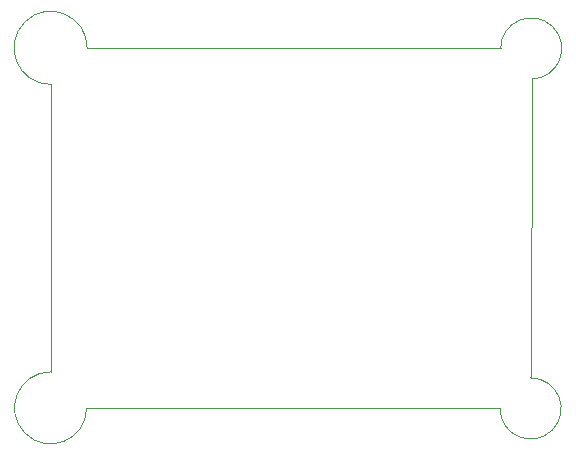
<source format=gbr>
%TF.GenerationSoftware,KiCad,Pcbnew,9.0.2*%
%TF.CreationDate,2025-09-04T16:38:11+03:00*%
%TF.ProjectId,MCU Data Logger,4d435520-4461-4746-9120-4c6f67676572,rev?*%
%TF.SameCoordinates,Original*%
%TF.FileFunction,Profile,NP*%
%FSLAX46Y46*%
G04 Gerber Fmt 4.6, Leading zero omitted, Abs format (unit mm)*
G04 Created by KiCad (PCBNEW 9.0.2) date 2025-09-04 16:38:11*
%MOMM*%
%LPD*%
G01*
G04 APERTURE LIST*
%TA.AperFunction,Profile*%
%ADD10C,0.050000*%
%TD*%
G04 APERTURE END LIST*
D10*
X130048000Y-63500000D02*
G75*
G02*
X127000000Y-60400777I-3048000J50800D01*
G01*
X130048000Y-63499981D02*
X165049200Y-63500000D01*
X167640000Y-60909200D02*
G75*
G02*
X165049200Y-63500000I0J-2590800D01*
G01*
X127000000Y-36068000D02*
G75*
G02*
X130098384Y-33019993I0J3098800D01*
G01*
X130098383Y-33019993D02*
X165100000Y-33020000D01*
X165100000Y-33020000D02*
G75*
G02*
X167742605Y-35610282I2590800J0D01*
G01*
X167640000Y-60909200D02*
X167742605Y-35610282D01*
X127000000Y-36068000D02*
X127000000Y-60400777D01*
M02*

</source>
